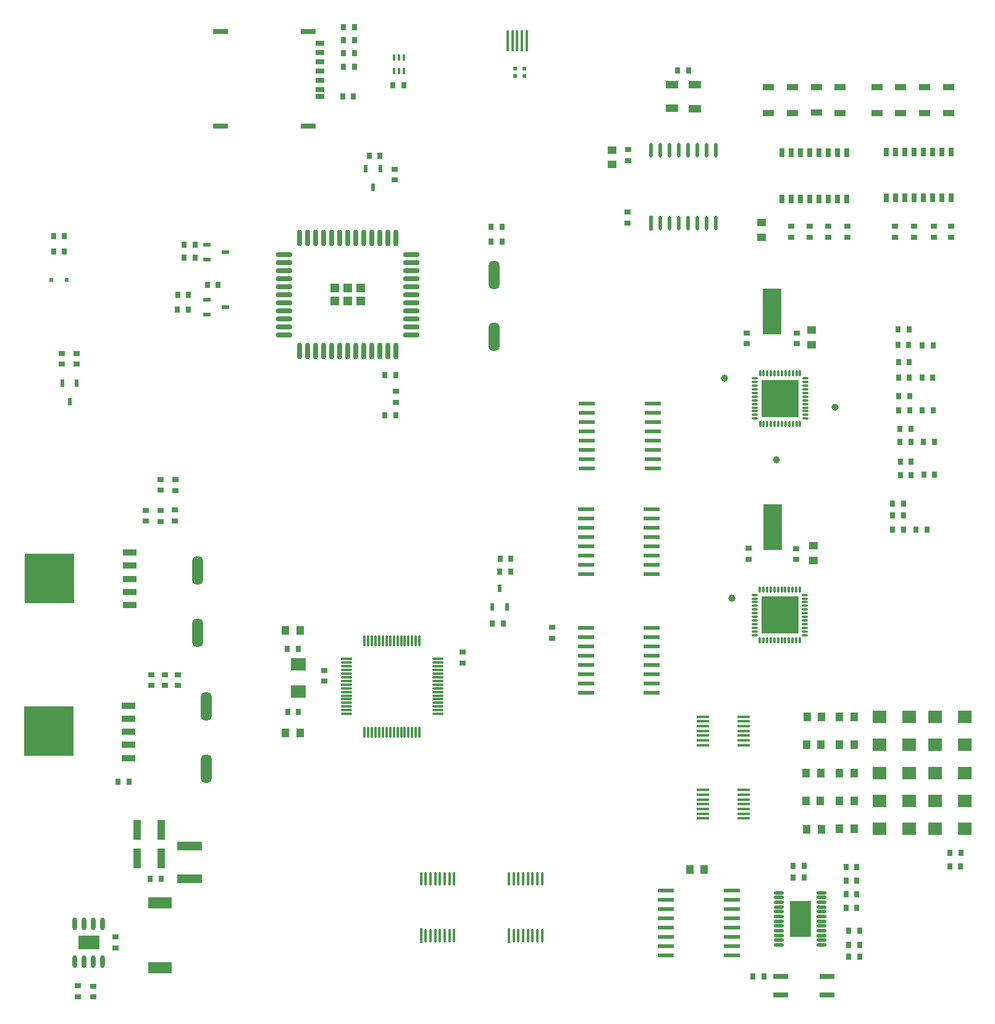
<source format=gtp>
G04*
G04 #@! TF.GenerationSoftware,Altium Limited,Altium Designer,23.10.1 (27)*
G04*
G04 Layer_Color=8421504*
%FSLAX25Y25*%
%MOIN*%
G70*
G04*
G04 #@! TF.SameCoordinates,C39A602E-4AF5-4C04-9668-1E5429A84749*
G04*
G04*
G04 #@! TF.FilePolarity,Positive*
G04*
G01*
G75*
%ADD21O,0.02559X0.09055*%
%ADD22R,0.03347X0.02756*%
%ADD23R,0.07087X0.03937*%
%ADD24R,0.05118X0.03937*%
%ADD25R,0.02756X0.03347*%
%ADD26R,0.01968X0.07874*%
%ADD27O,0.01968X0.07874*%
%ADD28O,0.06299X0.01181*%
%ADD29O,0.01181X0.06299*%
%ADD30R,0.08000X0.03000*%
%ADD31O,0.03347X0.01102*%
%ADD32O,0.01102X0.03347*%
%ADD33R,0.10000X0.25000*%
%ADD34R,0.20079X0.20079*%
%ADD35R,0.09100X0.02200*%
%ADD36R,0.03937X0.05118*%
%ADD37R,0.11811X0.19685*%
%ADD38O,0.05709X0.01772*%
%ADD39R,0.06600X0.01400*%
%ADD40R,0.01575X0.11811*%
%ADD41R,0.05906X0.03543*%
%ADD42R,0.03937X0.10630*%
%ADD43O,0.06000X0.15748*%
%ADD44R,0.13780X0.05118*%
%ADD45R,0.12598X0.06299*%
%ADD46R,0.02362X0.02362*%
%ADD47R,0.08268X0.02756*%
%ADD48R,0.04842X0.02559*%
%ADD49C,0.03937*%
%ADD50R,0.01575X0.03347*%
%ADD51R,0.03150X0.04724*%
%ADD52O,0.01260X0.07874*%
%ADD53R,0.01260X0.07874*%
%ADD54R,0.06299X0.01181*%
%ADD55O,0.02362X0.06890*%
%ADD56R,0.11811X0.07480*%
%ADD57R,0.07284X0.03740*%
%ADD58R,0.26772X0.26772*%
%ADD59R,0.07874X0.06693*%
%ADD60R,0.05118X0.05118*%
%ADD61O,0.09055X0.02559*%
%ADD62R,0.01968X0.01968*%
%ADD63R,0.03000X0.03500*%
%ADD64R,0.07284X0.06693*%
%ADD65R,0.02362X0.03937*%
%ADD66R,0.03937X0.02362*%
D21*
X194931Y462569D02*
D03*
X164616Y401545D02*
D03*
X168947D02*
D03*
X173277D02*
D03*
X177608D02*
D03*
X181939D02*
D03*
X186269D02*
D03*
X190600D02*
D03*
X194931D02*
D03*
X199261D02*
D03*
X203592D02*
D03*
X207923D02*
D03*
X212253D02*
D03*
X216584D02*
D03*
X164616Y462569D02*
D03*
X168947D02*
D03*
X173277D02*
D03*
X177608D02*
D03*
X181939D02*
D03*
X186269D02*
D03*
X190600D02*
D03*
X199261D02*
D03*
X203592D02*
D03*
X207923D02*
D03*
X212253D02*
D03*
X216584D02*
D03*
D22*
X341590Y476600D02*
D03*
Y470694D02*
D03*
X341990Y504300D02*
D03*
Y510206D02*
D03*
X432900Y411474D02*
D03*
X405900D02*
D03*
X432500Y295106D02*
D03*
X406758Y295206D02*
D03*
X252600Y239300D02*
D03*
Y233395D02*
D03*
X177890Y229406D02*
D03*
Y223500D02*
D03*
X216500Y374151D02*
D03*
Y380057D02*
D03*
X215900Y499805D02*
D03*
Y493900D02*
D03*
X97090Y316000D02*
D03*
Y310094D02*
D03*
X89690Y309794D02*
D03*
Y315700D02*
D03*
X81624Y309894D02*
D03*
Y315800D02*
D03*
X89478Y326561D02*
D03*
Y332467D02*
D03*
X98990Y227106D02*
D03*
Y221200D02*
D03*
X91990D02*
D03*
Y227106D02*
D03*
X84490Y221200D02*
D03*
Y227106D02*
D03*
X65190Y79700D02*
D03*
Y85606D02*
D03*
X53190Y53200D02*
D03*
Y59106D02*
D03*
X44967Y59206D02*
D03*
Y53300D02*
D03*
X36400Y400406D02*
D03*
Y394500D02*
D03*
X406758Y289300D02*
D03*
X432500Y289200D02*
D03*
X432900Y405569D02*
D03*
X405900D02*
D03*
X429890Y468906D02*
D03*
Y463000D02*
D03*
X439790Y468906D02*
D03*
Y463000D02*
D03*
X449990Y468906D02*
D03*
Y463000D02*
D03*
X460190Y468906D02*
D03*
Y463000D02*
D03*
X300790Y246700D02*
D03*
Y252606D02*
D03*
X97600Y326494D02*
D03*
Y332400D02*
D03*
X44400Y394500D02*
D03*
Y400406D02*
D03*
X506890Y463000D02*
D03*
Y468906D02*
D03*
X516390Y463000D02*
D03*
Y468906D02*
D03*
X496390Y463000D02*
D03*
Y468906D02*
D03*
X485890Y463000D02*
D03*
Y468906D02*
D03*
D23*
X365590Y532600D02*
D03*
Y545395D02*
D03*
X377990Y532400D02*
D03*
Y545195D02*
D03*
D24*
X413900Y471000D02*
D03*
Y463126D02*
D03*
X333190Y510100D02*
D03*
Y502226D02*
D03*
X440900Y412943D02*
D03*
X441758Y296674D02*
D03*
X440900Y405068D02*
D03*
X441758Y288800D02*
D03*
D25*
X368690Y553100D02*
D03*
X374595D02*
D03*
X506605Y404800D02*
D03*
X506405Y387300D02*
D03*
X506600Y369600D02*
D03*
X507200Y352600D02*
D03*
X507400Y334900D02*
D03*
X503129Y305300D02*
D03*
X515494Y123800D02*
D03*
X465387Y116067D02*
D03*
Y123400D02*
D03*
X466792Y74900D02*
D03*
Y81400D02*
D03*
Y88900D02*
D03*
X188294Y576335D02*
D03*
X194200D02*
D03*
X98795Y431857D02*
D03*
X104700D02*
D03*
X430981Y124100D02*
D03*
X436887D02*
D03*
X187800Y538835D02*
D03*
X193705D02*
D03*
X493900Y377200D02*
D03*
X487994D02*
D03*
X459481Y123400D02*
D03*
Y116067D02*
D03*
Y108733D02*
D03*
X465387D02*
D03*
X459481Y101400D02*
D03*
X465387D02*
D03*
X460887Y88900D02*
D03*
Y81400D02*
D03*
Y74900D02*
D03*
X409191Y64400D02*
D03*
X415097D02*
D03*
X436887Y117600D02*
D03*
X430981D02*
D03*
X272566Y282774D02*
D03*
X278472D02*
D03*
X268694Y254800D02*
D03*
X274600D02*
D03*
X157900Y241100D02*
D03*
X163805D02*
D03*
X216510Y367057D02*
D03*
X210605D02*
D03*
X216600Y388557D02*
D03*
X210695D02*
D03*
X273953Y468735D02*
D03*
X268047D02*
D03*
X273953Y460735D02*
D03*
X268047D02*
D03*
X114795Y437357D02*
D03*
X120700D02*
D03*
X104605Y423857D02*
D03*
X98700D02*
D03*
X108106Y451857D02*
D03*
X102200D02*
D03*
X108106Y458857D02*
D03*
X102200D02*
D03*
X208037Y506835D02*
D03*
X202132D02*
D03*
X215000Y544935D02*
D03*
X220905D02*
D03*
X72495Y169200D02*
D03*
X66590D02*
D03*
X89800Y117000D02*
D03*
X83894D02*
D03*
X194190Y554835D02*
D03*
X188284D02*
D03*
X194190Y569335D02*
D03*
X188284D02*
D03*
X194190Y562335D02*
D03*
X188284D02*
D03*
X500500Y387300D02*
D03*
X487800Y387400D02*
D03*
X493706D02*
D03*
X487794Y395500D02*
D03*
X493700D02*
D03*
X500695Y369600D02*
D03*
X487994D02*
D03*
X493900D02*
D03*
X501495Y334900D02*
D03*
X488795Y334800D02*
D03*
X494700D02*
D03*
X488795Y342100D02*
D03*
X494700D02*
D03*
X501295Y352600D02*
D03*
X488594D02*
D03*
X494500D02*
D03*
X488594Y359600D02*
D03*
X494500D02*
D03*
X521505Y130900D02*
D03*
X515600D02*
D03*
X521400Y123800D02*
D03*
X164005Y207100D02*
D03*
X158100D02*
D03*
X278677Y289574D02*
D03*
X272772D02*
D03*
X500700Y404800D02*
D03*
X493616Y413400D02*
D03*
X487710D02*
D03*
X493390Y405000D02*
D03*
X487484D02*
D03*
X497224Y305300D02*
D03*
X490429D02*
D03*
X484524D02*
D03*
X490429Y313100D02*
D03*
X484524D02*
D03*
X490539Y319400D02*
D03*
X484634D02*
D03*
D26*
X354190Y470700D02*
D03*
D27*
X359190D02*
D03*
X364190D02*
D03*
X369190D02*
D03*
X374190D02*
D03*
X379190D02*
D03*
X384190D02*
D03*
X389190D02*
D03*
Y510070D02*
D03*
X384190D02*
D03*
X379190D02*
D03*
X374190D02*
D03*
X369190D02*
D03*
X364190D02*
D03*
X359190D02*
D03*
X354190D02*
D03*
D28*
X189890Y205973D02*
D03*
X239102D02*
D03*
Y207941D02*
D03*
Y209910D02*
D03*
Y211878D02*
D03*
Y213846D02*
D03*
Y215815D02*
D03*
Y217783D02*
D03*
Y219752D02*
D03*
Y223689D02*
D03*
Y225658D02*
D03*
Y227626D02*
D03*
Y229594D02*
D03*
X189890Y209910D02*
D03*
Y207941D02*
D03*
Y211878D02*
D03*
X239102Y235500D02*
D03*
Y233532D02*
D03*
Y231563D02*
D03*
Y221721D02*
D03*
X189890Y213846D02*
D03*
Y215815D02*
D03*
Y217783D02*
D03*
Y219752D02*
D03*
Y221721D02*
D03*
Y223689D02*
D03*
Y225658D02*
D03*
Y229594D02*
D03*
Y231563D02*
D03*
Y233532D02*
D03*
Y227626D02*
D03*
D29*
X199732Y196130D02*
D03*
X205638D02*
D03*
X213512D02*
D03*
X215480D02*
D03*
X219417D02*
D03*
X221386D02*
D03*
X223354D02*
D03*
X225323D02*
D03*
X227291Y245343D02*
D03*
X225323D02*
D03*
X217449D02*
D03*
X209575D02*
D03*
X207606Y196130D02*
D03*
X209575D02*
D03*
X211543D02*
D03*
X217449D02*
D03*
X223354Y245343D02*
D03*
X213512D02*
D03*
X199732D02*
D03*
X201701D02*
D03*
X203669D02*
D03*
X205638D02*
D03*
X207606D02*
D03*
X211543D02*
D03*
X215480D02*
D03*
X219417D02*
D03*
X221386D02*
D03*
X229260D02*
D03*
Y196130D02*
D03*
X227291D02*
D03*
X203669D02*
D03*
X201701D02*
D03*
D30*
X449387Y54400D02*
D03*
X449287Y64400D02*
D03*
X424387Y54400D02*
D03*
Y64400D02*
D03*
D31*
X410317Y367210D02*
D03*
Y365242D02*
D03*
Y369179D02*
D03*
X437483Y373116D02*
D03*
X410317Y382958D02*
D03*
Y384927D02*
D03*
Y380990D02*
D03*
Y373116D02*
D03*
Y371147D02*
D03*
X410176Y268158D02*
D03*
Y266190D02*
D03*
Y264221D02*
D03*
Y256347D02*
D03*
Y254379D02*
D03*
X437483Y386895D02*
D03*
Y384927D02*
D03*
Y382958D02*
D03*
Y380990D02*
D03*
Y379021D02*
D03*
Y377053D02*
D03*
Y375084D02*
D03*
Y371147D02*
D03*
Y369179D02*
D03*
Y367210D02*
D03*
Y365242D02*
D03*
X410317Y375084D02*
D03*
Y377053D02*
D03*
Y379021D02*
D03*
Y386895D02*
D03*
X437341Y270127D02*
D03*
Y268158D02*
D03*
Y266190D02*
D03*
Y264221D02*
D03*
Y262253D02*
D03*
Y260284D02*
D03*
Y258316D02*
D03*
Y256347D02*
D03*
Y254379D02*
D03*
Y252410D02*
D03*
Y250442D02*
D03*
Y248473D02*
D03*
X410176D02*
D03*
Y250442D02*
D03*
Y252410D02*
D03*
Y258316D02*
D03*
Y260284D02*
D03*
Y262253D02*
D03*
Y270127D02*
D03*
D32*
X413073Y362486D02*
D03*
X417010D02*
D03*
X415042D02*
D03*
X426853D02*
D03*
Y389651D02*
D03*
X413073D02*
D03*
X422916Y362486D02*
D03*
X420947D02*
D03*
X426711Y272883D02*
D03*
Y245717D02*
D03*
X420806D02*
D03*
X422774D02*
D03*
X412931Y272883D02*
D03*
X434727Y362486D02*
D03*
X432758D02*
D03*
X430790D02*
D03*
X428821D02*
D03*
X424884D02*
D03*
X418979D02*
D03*
X415042Y389651D02*
D03*
X417010D02*
D03*
X418979D02*
D03*
X420947D02*
D03*
X422916D02*
D03*
X424884D02*
D03*
X428821D02*
D03*
X430790D02*
D03*
X432758D02*
D03*
X434727D02*
D03*
X434585Y245717D02*
D03*
X432617D02*
D03*
X430648D02*
D03*
X428680D02*
D03*
X424743D02*
D03*
X418837D02*
D03*
X416868D02*
D03*
X414900D02*
D03*
X412931D02*
D03*
X414900Y272883D02*
D03*
X416868D02*
D03*
X418837D02*
D03*
X420806D02*
D03*
X422774D02*
D03*
X424743D02*
D03*
X428680D02*
D03*
X430648D02*
D03*
X432617D02*
D03*
X434585D02*
D03*
D33*
X419821Y306800D02*
D03*
X419463Y423069D02*
D03*
D34*
X423900Y376068D02*
D03*
X423758Y259300D02*
D03*
D35*
X355190Y373300D02*
D03*
Y343300D02*
D03*
X354690Y281300D02*
D03*
Y247300D02*
D03*
Y311300D02*
D03*
Y217300D02*
D03*
X397987Y75500D02*
D03*
Y105500D02*
D03*
Y110500D02*
D03*
Y100500D02*
D03*
Y95500D02*
D03*
Y90500D02*
D03*
Y85500D02*
D03*
Y80500D02*
D03*
X362387Y75500D02*
D03*
Y80500D02*
D03*
Y85500D02*
D03*
Y90500D02*
D03*
Y95500D02*
D03*
Y100500D02*
D03*
Y105500D02*
D03*
Y110500D02*
D03*
X319090Y316300D02*
D03*
Y311300D02*
D03*
Y306300D02*
D03*
Y301300D02*
D03*
Y296300D02*
D03*
Y291300D02*
D03*
Y286300D02*
D03*
Y281300D02*
D03*
X354690Y286300D02*
D03*
Y291300D02*
D03*
Y296300D02*
D03*
Y301300D02*
D03*
Y306300D02*
D03*
Y316300D02*
D03*
X319090Y252300D02*
D03*
Y247300D02*
D03*
Y242300D02*
D03*
Y237300D02*
D03*
Y232300D02*
D03*
Y227300D02*
D03*
Y222300D02*
D03*
Y217300D02*
D03*
X354690Y222300D02*
D03*
Y227300D02*
D03*
Y232300D02*
D03*
Y237300D02*
D03*
Y242300D02*
D03*
Y252300D02*
D03*
X319590Y338300D02*
D03*
Y343300D02*
D03*
Y348300D02*
D03*
Y353300D02*
D03*
Y358300D02*
D03*
Y363300D02*
D03*
Y368300D02*
D03*
Y373300D02*
D03*
X355190Y368300D02*
D03*
Y363300D02*
D03*
Y358300D02*
D03*
Y353300D02*
D03*
Y348300D02*
D03*
Y338300D02*
D03*
D36*
X438470Y204431D02*
D03*
X438096Y189331D02*
D03*
X437996Y173931D02*
D03*
X437796Y159131D02*
D03*
X438370Y143731D02*
D03*
X446344Y204431D02*
D03*
X157000Y195800D02*
D03*
X164874D02*
D03*
X157000Y251000D02*
D03*
X164874D02*
D03*
X456040Y204250D02*
D03*
X463914D02*
D03*
X445970Y189331D02*
D03*
X455940Y189288D02*
D03*
X463814D02*
D03*
X445870Y173931D02*
D03*
X456040Y174125D02*
D03*
X463914D02*
D03*
X445670Y159131D02*
D03*
X456040Y159063D02*
D03*
X463914D02*
D03*
X446244Y143731D02*
D03*
X456040Y144000D02*
D03*
X463914D02*
D03*
X382974Y121900D02*
D03*
X375100D02*
D03*
D37*
X434887Y95400D02*
D03*
D38*
X423371Y81325D02*
D03*
Y83884D02*
D03*
Y101798D02*
D03*
Y109475D02*
D03*
Y99239D02*
D03*
Y106916D02*
D03*
Y104357D02*
D03*
Y96680D02*
D03*
Y94121D02*
D03*
Y91561D02*
D03*
Y89002D02*
D03*
Y86443D02*
D03*
X446402Y109475D02*
D03*
Y106916D02*
D03*
Y104357D02*
D03*
Y101798D02*
D03*
Y99239D02*
D03*
Y96680D02*
D03*
Y94121D02*
D03*
Y91561D02*
D03*
Y89002D02*
D03*
Y86443D02*
D03*
Y83884D02*
D03*
Y81325D02*
D03*
D39*
X382090Y196767D02*
D03*
Y157267D02*
D03*
X404290Y149590D02*
D03*
Y152149D02*
D03*
Y154708D02*
D03*
Y157267D02*
D03*
Y159826D02*
D03*
Y162385D02*
D03*
Y164944D02*
D03*
X382090Y164944D02*
D03*
Y162385D02*
D03*
Y159826D02*
D03*
Y154708D02*
D03*
Y152149D02*
D03*
Y149590D02*
D03*
X404290Y189090D02*
D03*
Y191649D02*
D03*
Y194208D02*
D03*
Y196767D02*
D03*
Y199326D02*
D03*
Y201885D02*
D03*
Y204444D02*
D03*
X382090Y204444D02*
D03*
Y201885D02*
D03*
Y199326D02*
D03*
Y194208D02*
D03*
Y191649D02*
D03*
Y189090D02*
D03*
D40*
X276904Y568867D02*
D03*
X282022D02*
D03*
X284581D02*
D03*
X287140D02*
D03*
X279463D02*
D03*
D41*
X456200Y543890D02*
D03*
Y530110D02*
D03*
X514800Y543890D02*
D03*
Y530110D02*
D03*
X502000Y543890D02*
D03*
Y530110D02*
D03*
X489000Y543890D02*
D03*
Y530110D02*
D03*
X476200Y543890D02*
D03*
Y530110D02*
D03*
X443500Y543990D02*
D03*
Y530210D02*
D03*
X430500Y543890D02*
D03*
Y530110D02*
D03*
X417500Y543890D02*
D03*
Y530110D02*
D03*
D42*
X76995Y143400D02*
D03*
X89790D02*
D03*
X76995Y128023D02*
D03*
X89790D02*
D03*
D43*
X109690Y283232D02*
D03*
Y249768D02*
D03*
X114100Y176368D02*
D03*
Y209832D02*
D03*
X269600Y442632D02*
D03*
Y409168D02*
D03*
D44*
X105290Y134739D02*
D03*
Y117023D02*
D03*
D45*
X89211Y69082D02*
D03*
Y104121D02*
D03*
D46*
X286000Y554037D02*
D03*
Y550100D02*
D03*
X281000Y554037D02*
D03*
Y550100D02*
D03*
D47*
X121887Y523008D02*
D03*
X169132D02*
D03*
X121887Y574150D02*
D03*
X169132D02*
D03*
D48*
X175490Y547575D02*
D03*
Y552575D02*
D03*
Y557575D02*
D03*
Y562575D02*
D03*
Y567575D02*
D03*
Y542575D02*
D03*
Y538835D02*
D03*
D49*
X397758Y268300D02*
D03*
X421800Y343100D02*
D03*
X394069Y386895D02*
D03*
X453600Y371200D02*
D03*
D50*
X215731Y559876D02*
D03*
X218290Y552593D02*
D03*
X215731D02*
D03*
X218290Y559876D02*
D03*
X220849D02*
D03*
Y552593D02*
D03*
D51*
X459890Y508500D02*
D03*
X454890D02*
D03*
X449890D02*
D03*
X444890D02*
D03*
X439890D02*
D03*
X434890D02*
D03*
X429890D02*
D03*
X424890D02*
D03*
X459890Y483697D02*
D03*
X454890D02*
D03*
X449890D02*
D03*
X444890D02*
D03*
X439890D02*
D03*
X434890D02*
D03*
X429890D02*
D03*
X424890D02*
D03*
X516390Y509000D02*
D03*
X511390D02*
D03*
X506390D02*
D03*
X501390D02*
D03*
X496390D02*
D03*
X491390D02*
D03*
X486390D02*
D03*
X481390D02*
D03*
X516390Y484197D02*
D03*
X511390D02*
D03*
X506390D02*
D03*
X501390D02*
D03*
X496390D02*
D03*
X491390D02*
D03*
X486390D02*
D03*
X481390D02*
D03*
D52*
X295503Y117009D02*
D03*
X292944D02*
D03*
X290385D02*
D03*
X287826D02*
D03*
X280149D02*
D03*
X277590D02*
D03*
X295503Y86300D02*
D03*
X292944D02*
D03*
X290385D02*
D03*
X287826D02*
D03*
X285267D02*
D03*
X282708D02*
D03*
X280149D02*
D03*
X285267Y117009D02*
D03*
X282708D02*
D03*
X248003D02*
D03*
X245444D02*
D03*
X242885D02*
D03*
X240326D02*
D03*
X232649D02*
D03*
X230090D02*
D03*
X248003Y86300D02*
D03*
X245444D02*
D03*
X242885D02*
D03*
X240326D02*
D03*
X237767D02*
D03*
X235208D02*
D03*
X232649D02*
D03*
X237767Y117009D02*
D03*
X235208D02*
D03*
D53*
X277590Y86300D02*
D03*
X230090D02*
D03*
D54*
X189890Y235500D02*
D03*
D55*
X58290Y92759D02*
D03*
X53290D02*
D03*
X48290D02*
D03*
X43290D02*
D03*
X58290Y72287D02*
D03*
X53290D02*
D03*
X48290D02*
D03*
X43290D02*
D03*
D56*
X50790Y82523D02*
D03*
D57*
X72890Y264600D02*
D03*
Y271687D02*
D03*
Y278773D02*
D03*
Y285860D02*
D03*
Y292947D02*
D03*
X72390Y182100D02*
D03*
Y189187D02*
D03*
Y196273D02*
D03*
Y203360D02*
D03*
Y210447D02*
D03*
D58*
X29583Y279053D02*
D03*
X29083Y196553D02*
D03*
D59*
X163890Y217933D02*
D03*
Y232500D02*
D03*
D60*
X183513Y428513D02*
D03*
X190600D02*
D03*
X197687D02*
D03*
X183513Y435600D02*
D03*
X190600D02*
D03*
X197687D02*
D03*
D61*
X224852Y410403D02*
D03*
Y414734D02*
D03*
Y419065D02*
D03*
Y423395D02*
D03*
Y427726D02*
D03*
Y432057D02*
D03*
Y436387D02*
D03*
Y440718D02*
D03*
Y445049D02*
D03*
Y449379D02*
D03*
Y453710D02*
D03*
X156348Y410403D02*
D03*
Y414734D02*
D03*
Y419065D02*
D03*
Y423395D02*
D03*
Y427726D02*
D03*
Y432057D02*
D03*
Y436387D02*
D03*
Y440718D02*
D03*
Y445049D02*
D03*
Y449379D02*
D03*
Y453710D02*
D03*
D62*
X39000Y439890D02*
D03*
X30732D02*
D03*
D63*
X31950Y463800D02*
D03*
X37450D02*
D03*
X37550Y455490D02*
D03*
X32050D02*
D03*
D64*
X493611Y144000D02*
D03*
X477469D02*
D03*
X493611Y159063D02*
D03*
X477469D02*
D03*
X493611Y174125D02*
D03*
X477469D02*
D03*
X493611Y189188D02*
D03*
X477469D02*
D03*
X507469Y204250D02*
D03*
X523611D02*
D03*
Y189188D02*
D03*
X507469D02*
D03*
X523611Y174125D02*
D03*
X507469D02*
D03*
X523611Y159063D02*
D03*
X507469D02*
D03*
X523611Y144000D02*
D03*
X507469D02*
D03*
X477469Y204250D02*
D03*
X493611D02*
D03*
D65*
X268735Y263732D02*
D03*
X272672Y273574D02*
D03*
X276609Y263732D02*
D03*
X200257Y499835D02*
D03*
X204194Y489992D02*
D03*
X208132Y499835D02*
D03*
X44400Y384200D02*
D03*
X40463Y374358D02*
D03*
X36526Y384200D02*
D03*
D66*
X114610Y421383D02*
D03*
X124453Y425320D02*
D03*
X114610Y429257D02*
D03*
X114700Y450983D02*
D03*
X124542Y454920D02*
D03*
X114700Y458857D02*
D03*
M02*

</source>
